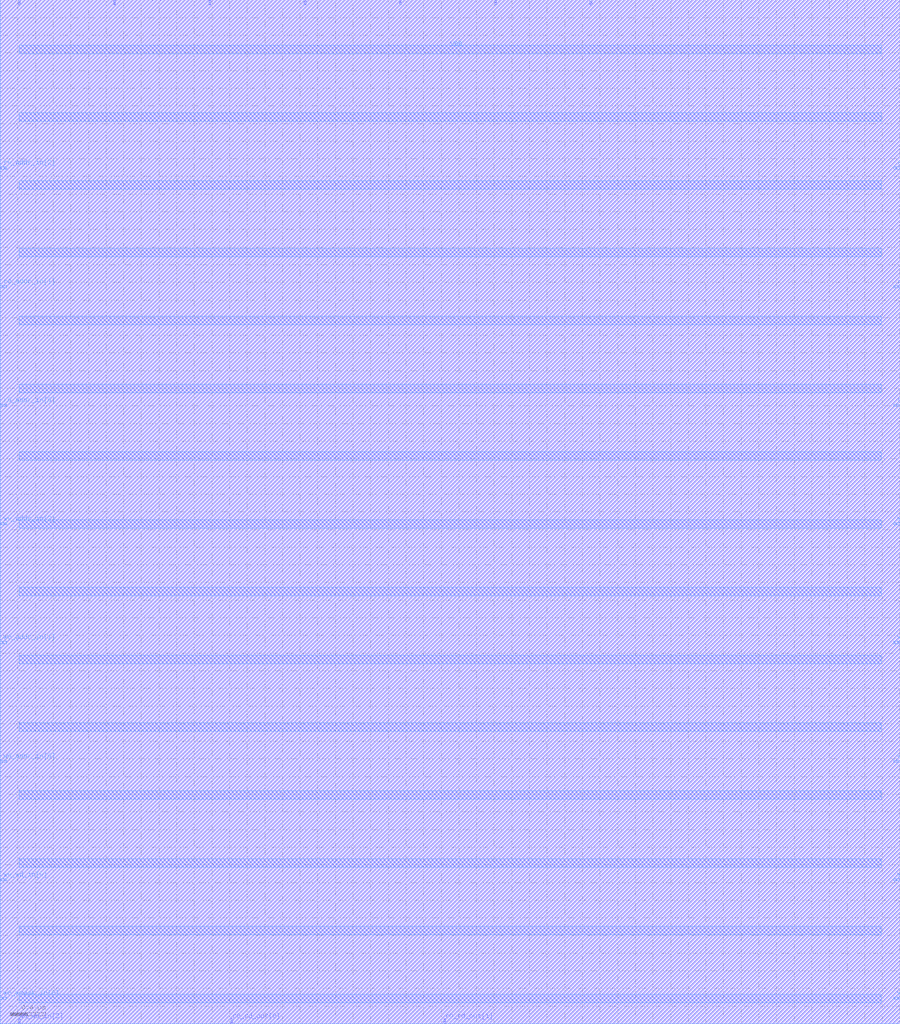
<source format=lef>
VERSION 5.7 ;
BUSBITCHARS "[]" ;
MACRO fakeram_3x64_1r1w
  FOREIGN fakeram_3x64_1r1w 0 0 ;
  SYMMETRY X Y R90 ;
  SIZE 10.203 BY 11.602 ;
  CLASS BLOCK ;
  PIN w0_wmask_in[0]
    DIRECTION INPUT ;
    USE SIGNAL ;
    SHAPE ABUTMENT ;
    PORT
      LAYER M4 ;
      RECT 0.000 0.276 0.072 0.300 ;
    END
  END w0_wmask_in[0]
  PIN w0_wmask_in[1]
    DIRECTION INPUT ;
    USE SIGNAL ;
    SHAPE ABUTMENT ;
    PORT
      LAYER M4 ;
      RECT 10.131 0.276 10.203 0.300 ;
    END
  END w0_wmask_in[1]
  PIN w0_wmask_in[2]
    DIRECTION INPUT ;
    USE SIGNAL ;
    SHAPE ABUTMENT ;
    PORT
      LAYER M3 ;
      RECT 0.207 11.548 0.225 11.602 ;
    END
  END w0_wmask_in[2]
  PIN w0_wd_in[0]
    DIRECTION INPUT ;
    USE SIGNAL ;
    SHAPE ABUTMENT ;
    PORT
      LAYER M4 ;
      RECT 0.000 1.620 0.072 1.644 ;
    END
  END w0_wd_in[0]
  PIN w0_wd_in[1]
    DIRECTION INPUT ;
    USE SIGNAL ;
    SHAPE ABUTMENT ;
    PORT
      LAYER M4 ;
      RECT 10.131 1.620 10.203 1.644 ;
    END
  END w0_wd_in[1]
  PIN w0_wd_in[2]
    DIRECTION OUTPUT ;
    USE SIGNAL ;
    SHAPE ABUTMENT ;
    PORT
      LAYER M3 ;
      RECT 0.207 0.000 0.225 0.054 ;
    END
  END w0_wd_in[2]
  PIN r0_rd_out[0]
    DIRECTION OUTPUT ;
    USE SIGNAL ;
    SHAPE ABUTMENT ;
    PORT
      LAYER M3 ;
      RECT 2.619 0.000 2.637 0.054 ;
    END
  END r0_rd_out[0]
  PIN r0_rd_out[1]
    DIRECTION OUTPUT ;
    USE SIGNAL ;
    SHAPE ABUTMENT ;
    PORT
      LAYER M3 ;
      RECT 5.031 0.000 5.049 0.054 ;
    END
  END r0_rd_out[1]
  PIN r0_rd_out[2]
    DIRECTION OUTPUT ;
    USE SIGNAL ;
    SHAPE ABUTMENT ;
    PORT
      LAYER M3 ;
      RECT 1.287 11.548 1.305 11.602 ;
    END
  END r0_rd_out[2]
  PIN w0_addr_in[0]
    DIRECTION INPUT ;
    USE SIGNAL ;
    SHAPE ABUTMENT ;
    PORT
      LAYER M4 ;
      RECT 0.000 2.964 0.072 2.988 ;
    END
  END w0_addr_in[0]
  PIN w0_addr_in[1]
    DIRECTION INPUT ;
    USE SIGNAL ;
    SHAPE ABUTMENT ;
    PORT
      LAYER M4 ;
      RECT 0.000 4.308 0.072 4.332 ;
    END
  END w0_addr_in[1]
  PIN w0_addr_in[2]
    DIRECTION INPUT ;
    USE SIGNAL ;
    SHAPE ABUTMENT ;
    PORT
      LAYER M4 ;
      RECT 0.000 5.652 0.072 5.676 ;
    END
  END w0_addr_in[2]
  PIN w0_addr_in[3]
    DIRECTION INPUT ;
    USE SIGNAL ;
    SHAPE ABUTMENT ;
    PORT
      LAYER M4 ;
      RECT 10.131 2.964 10.203 2.988 ;
    END
  END w0_addr_in[3]
  PIN w0_addr_in[4]
    DIRECTION INPUT ;
    USE SIGNAL ;
    SHAPE ABUTMENT ;
    PORT
      LAYER M4 ;
      RECT 10.131 4.308 10.203 4.332 ;
    END
  END w0_addr_in[4]
  PIN w0_addr_in[5]
    DIRECTION INPUT ;
    USE SIGNAL ;
    SHAPE ABUTMENT ;
    PORT
      LAYER M4 ;
      RECT 10.131 5.652 10.203 5.676 ;
    END
  END w0_addr_in[5]
  PIN r0_addr_in[0]
    DIRECTION INPUT ;
    USE SIGNAL ;
    SHAPE ABUTMENT ;
    PORT
      LAYER M4 ;
      RECT 0.000 6.996 0.072 7.020 ;
    END
  END r0_addr_in[0]
  PIN r0_addr_in[1]
    DIRECTION INPUT ;
    USE SIGNAL ;
    SHAPE ABUTMENT ;
    PORT
      LAYER M4 ;
      RECT 0.000 8.340 0.072 8.364 ;
    END
  END r0_addr_in[1]
  PIN r0_addr_in[2]
    DIRECTION INPUT ;
    USE SIGNAL ;
    SHAPE ABUTMENT ;
    PORT
      LAYER M4 ;
      RECT 0.000 9.684 0.072 9.708 ;
    END
  END r0_addr_in[2]
  PIN r0_addr_in[3]
    DIRECTION INPUT ;
    USE SIGNAL ;
    SHAPE ABUTMENT ;
    PORT
      LAYER M4 ;
      RECT 10.131 6.996 10.203 7.020 ;
    END
  END r0_addr_in[3]
  PIN r0_addr_in[4]
    DIRECTION INPUT ;
    USE SIGNAL ;
    SHAPE ABUTMENT ;
    PORT
      LAYER M4 ;
      RECT 10.131 8.340 10.203 8.364 ;
    END
  END r0_addr_in[4]
  PIN r0_addr_in[5]
    DIRECTION INPUT ;
    USE SIGNAL ;
    SHAPE ABUTMENT ;
    PORT
      LAYER M4 ;
      RECT 10.131 9.684 10.203 9.708 ;
    END
  END r0_addr_in[5]
  PIN w0_we_in
    DIRECTION INPUT ;
    USE SIGNAL ;
    SHAPE ABUTMENT ;
    PORT
      LAYER M3 ;
      RECT 2.367 11.548 2.385 11.602 ;
    END
  END w0_we_in
  PIN w0_ce_in
    DIRECTION INPUT ;
    USE SIGNAL ;
    SHAPE ABUTMENT ;
    PORT
      LAYER M3 ;
      RECT 3.447 11.548 3.465 11.602 ;
    END
  END w0_ce_in
  PIN w0_clk
    DIRECTION INPUT ;
    USE SIGNAL ;
    SHAPE ABUTMENT ;
    PORT
      LAYER M3 ;
      RECT 4.527 11.548 4.545 11.602 ;
    END
  END w0_clk
  PIN r0_ce_in
    DIRECTION INPUT ;
    USE SIGNAL ;
    SHAPE ABUTMENT ;
    PORT
      LAYER M3 ;
      RECT 5.607 11.548 5.625 11.602 ;
    END
  END r0_ce_in
  PIN r0_clk
    DIRECTION INPUT ;
    USE SIGNAL ;
    SHAPE ABUTMENT ;
    PORT
      LAYER M3 ;
      RECT 6.687 11.548 6.705 11.602 ;
    END
  END r0_clk
  PIN VSS
    DIRECTION INOUT ;
    USE GROUND ;
    PORT
      LAYER M4 ;
      RECT 0.216 0.240 9.987 0.336 ;
      RECT 0.216 1.008 9.987 1.104 ;
      RECT 0.216 1.776 9.987 1.872 ;
      RECT 0.216 2.544 9.987 2.640 ;
      RECT 0.216 3.312 9.987 3.408 ;
      RECT 0.216 4.080 9.987 4.176 ;
      RECT 0.216 4.848 9.987 4.944 ;
      RECT 0.216 5.616 9.987 5.712 ;
      RECT 0.216 6.384 9.987 6.480 ;
      RECT 0.216 7.152 9.987 7.248 ;
      RECT 0.216 7.920 9.987 8.016 ;
      RECT 0.216 8.688 9.987 8.784 ;
      RECT 0.216 9.456 9.987 9.552 ;
      RECT 0.216 10.224 9.987 10.320 ;
      RECT 0.216 10.992 9.987 11.088 ;
    END
  END VSS
  PIN VDD
    DIRECTION INOUT ;
    USE POWER ;
    PORT
      LAYER M4 ;
      RECT 0.216 0.240 9.987 0.336 ;
      RECT 0.216 1.008 9.987 1.104 ;
      RECT 0.216 1.776 9.987 1.872 ;
      RECT 0.216 2.544 9.987 2.640 ;
      RECT 0.216 3.312 9.987 3.408 ;
      RECT 0.216 4.080 9.987 4.176 ;
      RECT 0.216 4.848 9.987 4.944 ;
      RECT 0.216 5.616 9.987 5.712 ;
      RECT 0.216 6.384 9.987 6.480 ;
      RECT 0.216 7.152 9.987 7.248 ;
      RECT 0.216 7.920 9.987 8.016 ;
      RECT 0.216 8.688 9.987 8.784 ;
      RECT 0.216 9.456 9.987 9.552 ;
      RECT 0.216 10.224 9.987 10.320 ;
      RECT 0.216 10.992 9.987 11.088 ;
    END
  END VDD
  OBS
    LAYER M1 ;
    RECT 0 0 10.203 11.602 ;
    LAYER M2 ;
    RECT 0 0 10.203 11.602 ;
    LAYER M3 ;
    RECT 0 0 10.203 11.602 ;
    LAYER M4 ;
    RECT 0 0 10.203 11.602 ;
  END
END fakeram_3x64_1r1w

END LIBRARY

</source>
